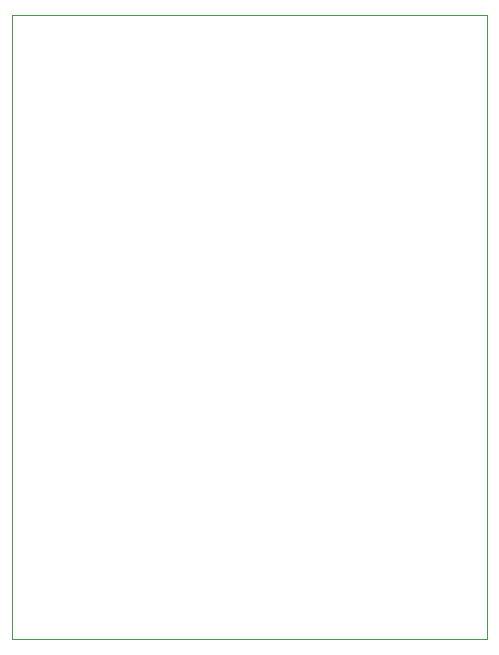
<source format=gbr>
G04 #@! TF.GenerationSoftware,KiCad,Pcbnew,(5.1.5)-3*
G04 #@! TF.CreationDate,2020-08-28T00:05:50-05:00*
G04 #@! TF.ProjectId,video-transceiver,76696465-6f2d-4747-9261-6e7363656976,rev?*
G04 #@! TF.SameCoordinates,Original*
G04 #@! TF.FileFunction,Profile,NP*
%FSLAX46Y46*%
G04 Gerber Fmt 4.6, Leading zero omitted, Abs format (unit mm)*
G04 Created by KiCad (PCBNEW (5.1.5)-3) date 2020-08-28 00:05:50*
%MOMM*%
%LPD*%
G04 APERTURE LIST*
%ADD10C,0.050000*%
G04 APERTURE END LIST*
D10*
X164900000Y-57900000D02*
X124700000Y-57900000D01*
X164900000Y-110700000D02*
X164900000Y-57900000D01*
X124700000Y-110700000D02*
X164900000Y-110700000D01*
X124700000Y-57900000D02*
X124700000Y-110700000D01*
M02*

</source>
